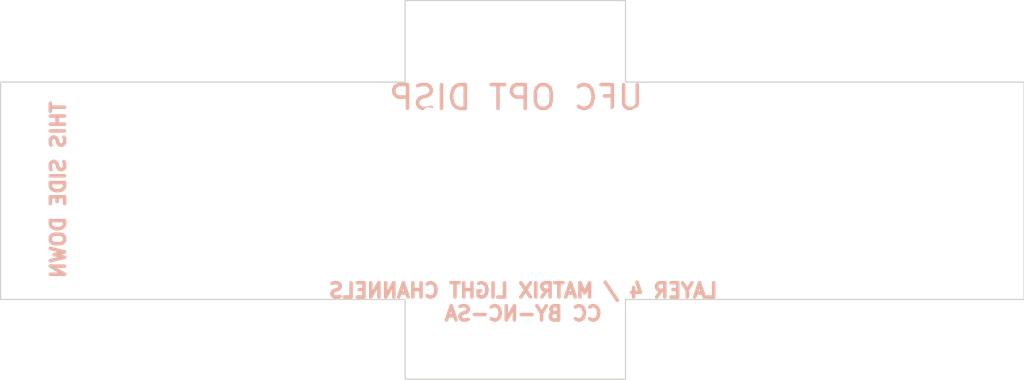
<source format=kicad_pcb>
(kicad_pcb (version 20171130) (host pcbnew "(5.1.9)-1")

  (general
    (thickness 1.6)
    (drawings 15)
    (tracks 0)
    (zones 0)
    (modules 66)
    (nets 1)
  )

  (page A4)
  (layers
    (0 F.Cu signal)
    (31 B.Cu signal)
    (32 B.Adhes user)
    (33 F.Adhes user)
    (34 B.Paste user)
    (35 F.Paste user)
    (36 B.SilkS user)
    (37 F.SilkS user)
    (38 B.Mask user)
    (39 F.Mask user)
    (40 Dwgs.User user)
    (41 Cmts.User user)
    (42 Eco1.User user)
    (43 Eco2.User user)
    (44 Edge.Cuts user)
    (45 Margin user)
    (46 B.CrtYd user)
    (47 F.CrtYd user)
    (48 B.Fab user)
    (49 F.Fab user)
  )

  (setup
    (last_trace_width 0.25)
    (user_trace_width 0.1524)
    (user_trace_width 0.2032)
    (user_trace_width 0.3048)
    (user_trace_width 0.4572)
    (user_trace_width 0.1524)
    (user_trace_width 0.2032)
    (user_trace_width 0.3048)
    (user_trace_width 0.4572)
    (user_trace_width 0.1524)
    (user_trace_width 0.2032)
    (user_trace_width 0.3048)
    (user_trace_width 0.4572)
    (user_trace_width 0.1524)
    (user_trace_width 0.2032)
    (user_trace_width 0.3048)
    (user_trace_width 0.4572)
    (user_trace_width 0.1524)
    (user_trace_width 0.2032)
    (user_trace_width 0.3048)
    (user_trace_width 0.4572)
    (user_trace_width 0.1524)
    (user_trace_width 0.2032)
    (user_trace_width 0.3048)
    (user_trace_width 0.4572)
    (user_trace_width 0.1524)
    (user_trace_width 0.2032)
    (user_trace_width 0.3048)
    (user_trace_width 0.4572)
    (user_trace_width 0.1524)
    (user_trace_width 0.2032)
    (user_trace_width 0.3048)
    (user_trace_width 0.4572)
    (trace_clearance 0.2)
    (zone_clearance 0.508)
    (zone_45_only no)
    (trace_min 0.127)
    (via_size 0.8)
    (via_drill 0.4)
    (via_min_size 0.45)
    (via_min_drill 0.2)
    (user_via 0.45 0.2)
    (user_via 0.45 0.2)
    (user_via 0.45 0.2)
    (user_via 0.45 0.2)
    (user_via 0.45 0.2)
    (user_via 0.45 0.2)
    (user_via 0.45 0.2)
    (user_via 0.45 0.2)
    (uvia_size 0.3)
    (uvia_drill 0.1)
    (uvias_allowed no)
    (uvia_min_size 0.2)
    (uvia_min_drill 0.1)
    (edge_width 0.05)
    (segment_width 0.2)
    (pcb_text_width 0.3)
    (pcb_text_size 1.5 1.5)
    (mod_edge_width 0.12)
    (mod_text_size 1 1)
    (mod_text_width 0.15)
    (pad_size 0.59 0.64)
    (pad_drill 0)
    (pad_to_mask_clearance 0.051)
    (solder_mask_min_width 0.25)
    (aux_axis_origin 101.1375 53.905)
    (grid_origin 101.1375 53.905)
    (visible_elements 7FFFF7DF)
    (pcbplotparams
      (layerselection 0x010fc_ffffffff)
      (usegerberextensions false)
      (usegerberattributes false)
      (usegerberadvancedattributes false)
      (creategerberjobfile false)
      (excludeedgelayer true)
      (linewidth 0.100000)
      (plotframeref false)
      (viasonmask false)
      (mode 1)
      (useauxorigin false)
      (hpglpennumber 1)
      (hpglpenspeed 20)
      (hpglpendiameter 15.000000)
      (psnegative false)
      (psa4output false)
      (plotreference true)
      (plotvalue true)
      (plotinvisibletext false)
      (padsonsilk false)
      (subtractmaskfromsilk false)
      (outputformat 1)
      (mirror false)
      (drillshape 0)
      (scaleselection 1)
      (outputdirectory "gerber"))
  )

  (net 0 "")

  (net_class Default "This is the default net class."
    (clearance 0.2)
    (trace_width 0.25)
    (via_dia 0.8)
    (via_drill 0.4)
    (uvia_dia 0.3)
    (uvia_drill 0.1)
  )

  (module KiCAD_Libraries:OPT_DISP_NPTH_0.6x0.9mm (layer F.Cu) (tedit 5FB832ED) (tstamp 5FB88321)
    (at 105.319 90.452 90)
    (path /5FDF4EE0)
    (fp_text reference D65 (at 0 -1.17 90) (layer F.SilkS) hide
      (effects (font (size 1 1) (thickness 0.15)))
    )
    (fp_text value LED (at 0 1.17 90) (layer F.Fab)
      (effects (font (size 1 1) (thickness 0.15)))
    )
    (fp_text user %R (at 0 0 90) (layer F.Fab)
      (effects (font (size 0.25 0.25) (thickness 0.04)))
    )
    (pad "" np_thru_hole circle (at 0.45 0 90) (size 0.6 0.6) (drill 0.6) (layers *.Cu *.Mask))
    (pad "" np_thru_hole circle (at -0.45 0 90) (size 0.6 0.6) (drill 0.6) (layers *.Cu *.Mask))
  )

  (module KiCAD_Libraries:OPT_DISP_NPTH_0.6x0.9mm (layer F.Cu) (tedit 5FB832ED) (tstamp 5FB883A9)
    (at 105.319 93.627 90)
    (path /5FDF56CD)
    (fp_text reference D66 (at 0 -1.17 90) (layer F.SilkS) hide
      (effects (font (size 1 1) (thickness 0.15)))
    )
    (fp_text value LED (at 0 1.17 90) (layer F.Fab)
      (effects (font (size 1 1) (thickness 0.15)))
    )
    (fp_text user %R (at 0 0 90) (layer F.Fab)
      (effects (font (size 0.25 0.25) (thickness 0.04)))
    )
    (pad "" np_thru_hole circle (at 0.45 0 90) (size 0.6 0.6) (drill 0.6) (layers *.Cu *.Mask))
    (pad "" np_thru_hole circle (at -0.45 0 90) (size 0.6 0.6) (drill 0.6) (layers *.Cu *.Mask))
  )

  (module KiCAD_Libraries:OPT_DISP_NPTH_0.6x0.9mmx3 (layer F.Cu) (tedit 5FB81E2A) (tstamp 5FB88354)
    (at 140.5615 92.0395)
    (path /5FB6DFBC)
    (fp_text reference D53 (at 0 -1.17) (layer F.SilkS) hide
      (effects (font (size 1 1) (thickness 0.15)))
    )
    (fp_text value LED (at 0 1.17) (layer F.Fab)
      (effects (font (size 1 1) (thickness 0.15)))
    )
    (fp_text user %R (at 0 0) (layer F.Fab)
      (effects (font (size 0.25 0.25) (thickness 0.04)))
    )
    (pad "" np_thru_hole circle (at 0.9 0) (size 0.6 0.6) (drill 0.6) (layers *.Cu *.Mask))
    (pad "" np_thru_hole circle (at -0.9 0) (size 0.6 0.6) (drill 0.6) (layers *.Cu *.Mask))
    (pad "" np_thru_hole circle (at 0 0) (size 0.6 0.6) (drill 0.6) (layers *.Cu *.Mask))
  )

  (module KiCAD_Libraries:OPT_DISP_NPTH_0.6x0.9mmx3 (layer F.Cu) (tedit 5FB81E2A) (tstamp 5FB88365)
    (at 142.149 90.452 270)
    (path /5FB6DFE0)
    (fp_text reference D56 (at 0 -1.17 90) (layer F.SilkS) hide
      (effects (font (size 1 1) (thickness 0.15)))
    )
    (fp_text value LED (at 0 1.17 90) (layer F.Fab)
      (effects (font (size 1 1) (thickness 0.15)))
    )
    (fp_text user %R (at 0 0 90) (layer F.Fab)
      (effects (font (size 0.25 0.25) (thickness 0.04)))
    )
    (pad "" np_thru_hole circle (at 0.9 0 270) (size 0.6 0.6) (drill 0.6) (layers *.Cu *.Mask))
    (pad "" np_thru_hole circle (at -0.9 0 270) (size 0.6 0.6) (drill 0.6) (layers *.Cu *.Mask))
    (pad "" np_thru_hole circle (at 0 0 270) (size 0.6 0.6) (drill 0.6) (layers *.Cu *.Mask))
  )

  (module KiCAD_Libraries:OPT_DISP_NPTH_0.6x0.9mmx3 (layer F.Cu) (tedit 5FB81E2A) (tstamp 5FB883CB)
    (at 140.5615 95.2145)
    (path /5FB6DFD4)
    (fp_text reference D55 (at 0 -1.17) (layer F.SilkS) hide
      (effects (font (size 1 1) (thickness 0.15)))
    )
    (fp_text value LED (at 0 1.17) (layer F.Fab)
      (effects (font (size 1 1) (thickness 0.15)))
    )
    (fp_text user %R (at 0 0) (layer F.Fab)
      (effects (font (size 0.25 0.25) (thickness 0.04)))
    )
    (pad "" np_thru_hole circle (at 0.9 0) (size 0.6 0.6) (drill 0.6) (layers *.Cu *.Mask))
    (pad "" np_thru_hole circle (at -0.9 0) (size 0.6 0.6) (drill 0.6) (layers *.Cu *.Mask))
    (pad "" np_thru_hole circle (at 0 0) (size 0.6 0.6) (drill 0.6) (layers *.Cu *.Mask))
  )

  (module KiCAD_Libraries:OPT_DISP_NPTH_0.6x0.9mmx3 (layer F.Cu) (tedit 5FB81E2A) (tstamp 5FB883BA)
    (at 143.7365 92.0395)
    (path /5FB6E021)
    (fp_text reference D60 (at 0 -1.17) (layer F.SilkS) hide
      (effects (font (size 1 1) (thickness 0.15)))
    )
    (fp_text value LED (at 0 1.17) (layer F.Fab)
      (effects (font (size 1 1) (thickness 0.15)))
    )
    (fp_text user %R (at 0 0) (layer F.Fab)
      (effects (font (size 0.25 0.25) (thickness 0.04)))
    )
    (pad "" np_thru_hole circle (at 0.9 0) (size 0.6 0.6) (drill 0.6) (layers *.Cu *.Mask))
    (pad "" np_thru_hole circle (at -0.9 0) (size 0.6 0.6) (drill 0.6) (layers *.Cu *.Mask))
    (pad "" np_thru_hole circle (at 0 0) (size 0.6 0.6) (drill 0.6) (layers *.Cu *.Mask))
  )

  (module KiCAD_Libraries:OPT_DISP_NPTH_0.6x0.9mmx3 (layer F.Cu) (tedit 5FB81E2A) (tstamp 5FB88398)
    (at 143.7365 93.627 315)
    (path /5FB6E02D)
    (fp_text reference D61 (at 0 -1.17 135) (layer F.SilkS) hide
      (effects (font (size 1 1) (thickness 0.15)))
    )
    (fp_text value LED (at 0 1.17 135) (layer F.Fab)
      (effects (font (size 1 1) (thickness 0.15)))
    )
    (fp_text user %R (at 0 0 135) (layer F.Fab)
      (effects (font (size 0.25 0.25) (thickness 0.04)))
    )
    (pad "" np_thru_hole circle (at 0.9 0 315) (size 0.6 0.6) (drill 0.6) (layers *.Cu *.Mask))
    (pad "" np_thru_hole circle (at -0.9 0 315) (size 0.6 0.6) (drill 0.6) (layers *.Cu *.Mask))
    (pad "" np_thru_hole circle (at 0 0 315) (size 0.6 0.6) (drill 0.6) (layers *.Cu *.Mask))
  )

  (module KiCAD_Libraries:OPT_DISP_NPTH_0.6x0.9mmx3 (layer F.Cu) (tedit 5FB81E2A) (tstamp 5FB88343)
    (at 143.7365 90.452 45)
    (path /5FB6E015)
    (fp_text reference D59 (at 0 -1.17 45) (layer F.SilkS) hide
      (effects (font (size 1 1) (thickness 0.15)))
    )
    (fp_text value LED (at 0 1.17 45) (layer F.Fab)
      (effects (font (size 1 1) (thickness 0.15)))
    )
    (fp_text user %R (at 0 0 45) (layer F.Fab)
      (effects (font (size 0.25 0.25) (thickness 0.04)))
    )
    (pad "" np_thru_hole circle (at 0.9 0 45) (size 0.6 0.6) (drill 0.6) (layers *.Cu *.Mask))
    (pad "" np_thru_hole circle (at -0.9 0 45) (size 0.6 0.6) (drill 0.6) (layers *.Cu *.Mask))
    (pad "" np_thru_hole circle (at 0 0 45) (size 0.6 0.6) (drill 0.6) (layers *.Cu *.Mask))
  )

  (module KiCAD_Libraries:OPT_DISP_NPTH_0.6x0.9mmx3 (layer F.Cu) (tedit 5FB81E2A) (tstamp 5FB88387)
    (at 145.324 93.627 90)
    (path /5FB6E051)
    (fp_text reference D64 (at 0 -1.17 90) (layer F.SilkS) hide
      (effects (font (size 1 1) (thickness 0.15)))
    )
    (fp_text value LED (at 0 1.17 90) (layer F.Fab)
      (effects (font (size 1 1) (thickness 0.15)))
    )
    (fp_text user %R (at 0 0 90) (layer F.Fab)
      (effects (font (size 0.25 0.25) (thickness 0.04)))
    )
    (pad "" np_thru_hole circle (at 0.9 0 90) (size 0.6 0.6) (drill 0.6) (layers *.Cu *.Mask))
    (pad "" np_thru_hole circle (at -0.9 0 90) (size 0.6 0.6) (drill 0.6) (layers *.Cu *.Mask))
    (pad "" np_thru_hole circle (at 0 0 90) (size 0.6 0.6) (drill 0.6) (layers *.Cu *.Mask))
  )

  (module KiCAD_Libraries:OPT_DISP_NPTH_0.6x0.9mmx3 (layer F.Cu) (tedit 5FB81E2A) (tstamp 5FB883DC)
    (at 143.7365 88.8645)
    (path /5FB6E009)
    (fp_text reference D58 (at 0 -1.17) (layer F.SilkS) hide
      (effects (font (size 1 1) (thickness 0.15)))
    )
    (fp_text value LED (at 0 1.17) (layer F.Fab)
      (effects (font (size 1 1) (thickness 0.15)))
    )
    (fp_text user %R (at 0 0) (layer F.Fab)
      (effects (font (size 0.25 0.25) (thickness 0.04)))
    )
    (pad "" np_thru_hole circle (at 0.9 0) (size 0.6 0.6) (drill 0.6) (layers *.Cu *.Mask))
    (pad "" np_thru_hole circle (at -0.9 0) (size 0.6 0.6) (drill 0.6) (layers *.Cu *.Mask))
    (pad "" np_thru_hole circle (at 0 0) (size 0.6 0.6) (drill 0.6) (layers *.Cu *.Mask))
  )

  (module KiCAD_Libraries:OPT_DISP_NPTH_0.6x0.9mmx3 (layer F.Cu) (tedit 5FB81E2A) (tstamp 5FB88376)
    (at 145.324 90.452 270)
    (path /5FB6E045)
    (fp_text reference D63 (at 0 -1.17 90) (layer F.SilkS) hide
      (effects (font (size 1 1) (thickness 0.15)))
    )
    (fp_text value LED (at 0 1.17 90) (layer F.Fab)
      (effects (font (size 1 1) (thickness 0.15)))
    )
    (fp_text user %R (at 0 0 90) (layer F.Fab)
      (effects (font (size 0.25 0.25) (thickness 0.04)))
    )
    (pad "" np_thru_hole circle (at 0.9 0 270) (size 0.6 0.6) (drill 0.6) (layers *.Cu *.Mask))
    (pad "" np_thru_hole circle (at -0.9 0 270) (size 0.6 0.6) (drill 0.6) (layers *.Cu *.Mask))
    (pad "" np_thru_hole circle (at 0 0 270) (size 0.6 0.6) (drill 0.6) (layers *.Cu *.Mask))
  )

  (module KiCAD_Libraries:OPT_DISP_NPTH_0.6x0.9mmx3 (layer F.Cu) (tedit 5FB81E2A) (tstamp 5FB881CD)
    (at 138.974 93.627 90)
    (path /5FB6DF98)
    (fp_text reference D50 (at 0 -1.17 90) (layer F.SilkS) hide
      (effects (font (size 1 1) (thickness 0.15)))
    )
    (fp_text value LED (at 0 1.17 90) (layer F.Fab)
      (effects (font (size 1 1) (thickness 0.15)))
    )
    (fp_text user %R (at 0 0 90) (layer F.Fab)
      (effects (font (size 0.25 0.25) (thickness 0.04)))
    )
    (pad "" np_thru_hole circle (at 0.9 0 90) (size 0.6 0.6) (drill 0.6) (layers *.Cu *.Mask))
    (pad "" np_thru_hole circle (at -0.9 0 90) (size 0.6 0.6) (drill 0.6) (layers *.Cu *.Mask))
    (pad "" np_thru_hole circle (at 0 0 90) (size 0.6 0.6) (drill 0.6) (layers *.Cu *.Mask))
  )

  (module KiCAD_Libraries:OPT_DISP_NPTH_0.6x0.9mmx3 (layer F.Cu) (tedit 5FB81E2A) (tstamp 5FB88310)
    (at 142.149 93.627 90)
    (path /5FB6DFFD)
    (fp_text reference D57 (at 0 -1.17 90) (layer F.SilkS) hide
      (effects (font (size 1 1) (thickness 0.15)))
    )
    (fp_text value LED (at 0 1.17 90) (layer F.Fab)
      (effects (font (size 1 1) (thickness 0.15)))
    )
    (fp_text user %R (at 0 0 90) (layer F.Fab)
      (effects (font (size 0.25 0.25) (thickness 0.04)))
    )
    (pad "" np_thru_hole circle (at 0.9 0 90) (size 0.6 0.6) (drill 0.6) (layers *.Cu *.Mask))
    (pad "" np_thru_hole circle (at -0.9 0 90) (size 0.6 0.6) (drill 0.6) (layers *.Cu *.Mask))
    (pad "" np_thru_hole circle (at 0 0 90) (size 0.6 0.6) (drill 0.6) (layers *.Cu *.Mask))
  )

  (module KiCAD_Libraries:OPT_DISP_NPTH_0.6x0.9mmx3 (layer F.Cu) (tedit 5FB81E2A) (tstamp 5FB88255)
    (at 138.974 90.452 270)
    (path /5FB6DF8C)
    (fp_text reference D49 (at 0 -1.17 90) (layer F.SilkS) hide
      (effects (font (size 1 1) (thickness 0.15)))
    )
    (fp_text value LED (at 0 1.17 90) (layer F.Fab)
      (effects (font (size 1 1) (thickness 0.15)))
    )
    (fp_text user %R (at 0 0 90) (layer F.Fab)
      (effects (font (size 0.25 0.25) (thickness 0.04)))
    )
    (pad "" np_thru_hole circle (at 0.9 0 270) (size 0.6 0.6) (drill 0.6) (layers *.Cu *.Mask))
    (pad "" np_thru_hole circle (at -0.9 0 270) (size 0.6 0.6) (drill 0.6) (layers *.Cu *.Mask))
    (pad "" np_thru_hole circle (at 0 0 270) (size 0.6 0.6) (drill 0.6) (layers *.Cu *.Mask))
  )

  (module KiCAD_Libraries:OPT_DISP_NPTH_0.6x0.9mmx3 (layer F.Cu) (tedit 5FB81E2A) (tstamp 5FB882FF)
    (at 140.5615 93.627 45)
    (path /5FB6DFC8)
    (fp_text reference D54 (at 0 -1.17 45) (layer F.SilkS) hide
      (effects (font (size 1 1) (thickness 0.15)))
    )
    (fp_text value LED (at 0 1.17 45) (layer F.Fab)
      (effects (font (size 1 1) (thickness 0.15)))
    )
    (fp_text user %R (at 0 0 45) (layer F.Fab)
      (effects (font (size 0.25 0.25) (thickness 0.04)))
    )
    (pad "" np_thru_hole circle (at 0.9 0 45) (size 0.6 0.6) (drill 0.6) (layers *.Cu *.Mask))
    (pad "" np_thru_hole circle (at -0.9 0 45) (size 0.6 0.6) (drill 0.6) (layers *.Cu *.Mask))
    (pad "" np_thru_hole circle (at 0 0 45) (size 0.6 0.6) (drill 0.6) (layers *.Cu *.Mask))
  )

  (module KiCAD_Libraries:OPT_DISP_NPTH_0.6x0.9mmx3 (layer F.Cu) (tedit 5FB81E2A) (tstamp 5FB881DE)
    (at 140.5615 90.452 315)
    (path /5FB6DFB0)
    (fp_text reference D52 (at 0 -1.17 135) (layer F.SilkS) hide
      (effects (font (size 1 1) (thickness 0.15)))
    )
    (fp_text value LED (at 0 1.17 135) (layer F.Fab)
      (effects (font (size 1 1) (thickness 0.15)))
    )
    (fp_text user %R (at 0 0 135) (layer F.Fab)
      (effects (font (size 0.25 0.25) (thickness 0.04)))
    )
    (pad "" np_thru_hole circle (at 0.9 0 315) (size 0.6 0.6) (drill 0.6) (layers *.Cu *.Mask))
    (pad "" np_thru_hole circle (at -0.9 0 315) (size 0.6 0.6) (drill 0.6) (layers *.Cu *.Mask))
    (pad "" np_thru_hole circle (at 0 0 315) (size 0.6 0.6) (drill 0.6) (layers *.Cu *.Mask))
  )

  (module KiCAD_Libraries:OPT_DISP_NPTH_0.6x0.9mmx3 (layer F.Cu) (tedit 5FB81E2A) (tstamp 5FB882EE)
    (at 140.5615 88.8645)
    (path /5FB6DFA4)
    (fp_text reference D51 (at 0 -1.17) (layer F.SilkS) hide
      (effects (font (size 1 1) (thickness 0.15)))
    )
    (fp_text value LED (at 0 1.17) (layer F.Fab)
      (effects (font (size 1 1) (thickness 0.15)))
    )
    (fp_text user %R (at 0 0) (layer F.Fab)
      (effects (font (size 0.25 0.25) (thickness 0.04)))
    )
    (pad "" np_thru_hole circle (at 0.9 0) (size 0.6 0.6) (drill 0.6) (layers *.Cu *.Mask))
    (pad "" np_thru_hole circle (at -0.9 0) (size 0.6 0.6) (drill 0.6) (layers *.Cu *.Mask))
    (pad "" np_thru_hole circle (at 0 0) (size 0.6 0.6) (drill 0.6) (layers *.Cu *.Mask))
  )

  (module KiCAD_Libraries:OPT_DISP_NPTH_0.6x0.9mmx3 (layer F.Cu) (tedit 5FB81E2A) (tstamp 5FB88332)
    (at 143.7365 95.2145)
    (path /5FB6E039)
    (fp_text reference D62 (at 0 -1.17) (layer F.SilkS) hide
      (effects (font (size 1 1) (thickness 0.15)))
    )
    (fp_text value LED (at 0 1.17) (layer F.Fab)
      (effects (font (size 1 1) (thickness 0.15)))
    )
    (fp_text user %R (at 0 0) (layer F.Fab)
      (effects (font (size 0.25 0.25) (thickness 0.04)))
    )
    (pad "" np_thru_hole circle (at 0.9 0) (size 0.6 0.6) (drill 0.6) (layers *.Cu *.Mask))
    (pad "" np_thru_hole circle (at -0.9 0) (size 0.6 0.6) (drill 0.6) (layers *.Cu *.Mask))
    (pad "" np_thru_hole circle (at 0 0) (size 0.6 0.6) (drill 0.6) (layers *.Cu *.Mask))
  )

  (module KiCAD_Libraries:OPT_DISP_NPTH_0.6x0.9mmx3 (layer F.Cu) (tedit 5FB81E2A) (tstamp 5FB88145)
    (at 128.814 90.452 270)
    (path /5FB6DEAA)
    (fp_text reference D33 (at 0 -1.17 90) (layer F.SilkS) hide
      (effects (font (size 1 1) (thickness 0.15)))
    )
    (fp_text value LED (at 0 1.17 90) (layer F.Fab)
      (effects (font (size 1 1) (thickness 0.15)))
    )
    (fp_text user %R (at 0 0 90) (layer F.Fab)
      (effects (font (size 0.25 0.25) (thickness 0.04)))
    )
    (pad "" np_thru_hole circle (at 0.9 0 270) (size 0.6 0.6) (drill 0.6) (layers *.Cu *.Mask))
    (pad "" np_thru_hole circle (at -0.9 0 270) (size 0.6 0.6) (drill 0.6) (layers *.Cu *.Mask))
    (pad "" np_thru_hole circle (at 0 0 270) (size 0.6 0.6) (drill 0.6) (layers *.Cu *.Mask))
  )

  (module KiCAD_Libraries:OPT_DISP_NPTH_0.6x0.9mmx3 (layer F.Cu) (tedit 5FB81E2A) (tstamp 5FB88288)
    (at 130.4015 90.452 315)
    (path /5FB6DECE)
    (fp_text reference D36 (at 0 -1.17 135) (layer F.SilkS) hide
      (effects (font (size 1 1) (thickness 0.15)))
    )
    (fp_text value LED (at 0 1.17 135) (layer F.Fab)
      (effects (font (size 1 1) (thickness 0.15)))
    )
    (fp_text user %R (at 0 0 135) (layer F.Fab)
      (effects (font (size 0.25 0.25) (thickness 0.04)))
    )
    (pad "" np_thru_hole circle (at 0.9 0 315) (size 0.6 0.6) (drill 0.6) (layers *.Cu *.Mask))
    (pad "" np_thru_hole circle (at -0.9 0 315) (size 0.6 0.6) (drill 0.6) (layers *.Cu *.Mask))
    (pad "" np_thru_hole circle (at 0 0 315) (size 0.6 0.6) (drill 0.6) (layers *.Cu *.Mask))
  )

  (module KiCAD_Libraries:OPT_DISP_NPTH_0.6x0.9mmx3 (layer F.Cu) (tedit 5FB81E2A) (tstamp 5FB882AA)
    (at 131.989 90.452 270)
    (path /5FB6DEFE)
    (fp_text reference D40 (at 0 -1.17 90) (layer F.SilkS) hide
      (effects (font (size 1 1) (thickness 0.15)))
    )
    (fp_text value LED (at 0 1.17 90) (layer F.Fab)
      (effects (font (size 1 1) (thickness 0.15)))
    )
    (fp_text user %R (at 0 0 90) (layer F.Fab)
      (effects (font (size 0.25 0.25) (thickness 0.04)))
    )
    (pad "" np_thru_hole circle (at 0.9 0 270) (size 0.6 0.6) (drill 0.6) (layers *.Cu *.Mask))
    (pad "" np_thru_hole circle (at -0.9 0 270) (size 0.6 0.6) (drill 0.6) (layers *.Cu *.Mask))
    (pad "" np_thru_hole circle (at 0 0 270) (size 0.6 0.6) (drill 0.6) (layers *.Cu *.Mask))
  )

  (module KiCAD_Libraries:OPT_DISP_NPTH_0.6x0.9mmx3 (layer F.Cu) (tedit 5FB81E2A) (tstamp 5FB882CC)
    (at 133.5765 88.8645)
    (path /5FB6DF27)
    (fp_text reference D42 (at 0 -1.17) (layer F.SilkS) hide
      (effects (font (size 1 1) (thickness 0.15)))
    )
    (fp_text value LED (at 0 1.17) (layer F.Fab)
      (effects (font (size 1 1) (thickness 0.15)))
    )
    (fp_text user %R (at 0 0) (layer F.Fab)
      (effects (font (size 0.25 0.25) (thickness 0.04)))
    )
    (pad "" np_thru_hole circle (at 0.9 0) (size 0.6 0.6) (drill 0.6) (layers *.Cu *.Mask))
    (pad "" np_thru_hole circle (at -0.9 0) (size 0.6 0.6) (drill 0.6) (layers *.Cu *.Mask))
    (pad "" np_thru_hole circle (at 0 0) (size 0.6 0.6) (drill 0.6) (layers *.Cu *.Mask))
  )

  (module KiCAD_Libraries:OPT_DISP_NPTH_0.6x0.9mmx3 (layer F.Cu) (tedit 5FB81E2A) (tstamp 5FB882DD)
    (at 133.5765 95.2145)
    (path /5FB6DF57)
    (fp_text reference D46 (at 0 -1.17) (layer F.SilkS) hide
      (effects (font (size 1 1) (thickness 0.15)))
    )
    (fp_text value LED (at 0 1.17) (layer F.Fab)
      (effects (font (size 1 1) (thickness 0.15)))
    )
    (fp_text user %R (at 0 0) (layer F.Fab)
      (effects (font (size 0.25 0.25) (thickness 0.04)))
    )
    (pad "" np_thru_hole circle (at 0.9 0) (size 0.6 0.6) (drill 0.6) (layers *.Cu *.Mask))
    (pad "" np_thru_hole circle (at -0.9 0) (size 0.6 0.6) (drill 0.6) (layers *.Cu *.Mask))
    (pad "" np_thru_hole circle (at 0 0) (size 0.6 0.6) (drill 0.6) (layers *.Cu *.Mask))
  )

  (module KiCAD_Libraries:OPT_DISP_NPTH_0.6x0.9mmx3 (layer F.Cu) (tedit 5FB81E2A) (tstamp 5FB882BB)
    (at 131.989 93.627 90)
    (path /5FB6DF1B)
    (fp_text reference D41 (at 0 -1.17 90) (layer F.SilkS) hide
      (effects (font (size 1 1) (thickness 0.15)))
    )
    (fp_text value LED (at 0 1.17 90) (layer F.Fab)
      (effects (font (size 1 1) (thickness 0.15)))
    )
    (fp_text user %R (at 0 0 90) (layer F.Fab)
      (effects (font (size 0.25 0.25) (thickness 0.04)))
    )
    (pad "" np_thru_hole circle (at 0.9 0 90) (size 0.6 0.6) (drill 0.6) (layers *.Cu *.Mask))
    (pad "" np_thru_hole circle (at -0.9 0 90) (size 0.6 0.6) (drill 0.6) (layers *.Cu *.Mask))
    (pad "" np_thru_hole circle (at 0 0 90) (size 0.6 0.6) (drill 0.6) (layers *.Cu *.Mask))
  )

  (module KiCAD_Libraries:OPT_DISP_NPTH_0.6x0.9mmx3 (layer F.Cu) (tedit 5FB81E2A) (tstamp 5FB88299)
    (at 130.4015 95.2145)
    (path /5FB6DEF2)
    (fp_text reference D39 (at 0 -1.17) (layer F.SilkS) hide
      (effects (font (size 1 1) (thickness 0.15)))
    )
    (fp_text value LED (at 0 1.17) (layer F.Fab)
      (effects (font (size 1 1) (thickness 0.15)))
    )
    (fp_text user %R (at 0 0) (layer F.Fab)
      (effects (font (size 0.25 0.25) (thickness 0.04)))
    )
    (pad "" np_thru_hole circle (at 0.9 0) (size 0.6 0.6) (drill 0.6) (layers *.Cu *.Mask))
    (pad "" np_thru_hole circle (at -0.9 0) (size 0.6 0.6) (drill 0.6) (layers *.Cu *.Mask))
    (pad "" np_thru_hole circle (at 0 0) (size 0.6 0.6) (drill 0.6) (layers *.Cu *.Mask))
  )

  (module KiCAD_Libraries:OPT_DISP_NPTH_0.6x0.9mmx3 (layer F.Cu) (tedit 5FB81E2A) (tstamp 5FB88233)
    (at 135.164 90.452 270)
    (path /5FB6DF63)
    (fp_text reference D47 (at 0 -1.17 90) (layer F.SilkS) hide
      (effects (font (size 1 1) (thickness 0.15)))
    )
    (fp_text value LED (at 0 1.17 90) (layer F.Fab)
      (effects (font (size 1 1) (thickness 0.15)))
    )
    (fp_text user %R (at 0 0 90) (layer F.Fab)
      (effects (font (size 0.25 0.25) (thickness 0.04)))
    )
    (pad "" np_thru_hole circle (at 0.9 0 270) (size 0.6 0.6) (drill 0.6) (layers *.Cu *.Mask))
    (pad "" np_thru_hole circle (at -0.9 0 270) (size 0.6 0.6) (drill 0.6) (layers *.Cu *.Mask))
    (pad "" np_thru_hole circle (at 0 0 270) (size 0.6 0.6) (drill 0.6) (layers *.Cu *.Mask))
  )

  (module KiCAD_Libraries:OPT_DISP_NPTH_0.6x0.9mmx3 (layer F.Cu) (tedit 5FB81E2A) (tstamp 5FB88200)
    (at 133.5765 90.452 45)
    (path /5FB6DF33)
    (fp_text reference D43 (at 0 -1.17 45) (layer F.SilkS) hide
      (effects (font (size 1 1) (thickness 0.15)))
    )
    (fp_text value LED (at 0 1.17 45) (layer F.Fab)
      (effects (font (size 1 1) (thickness 0.15)))
    )
    (fp_text user %R (at 0 0 45) (layer F.Fab)
      (effects (font (size 0.25 0.25) (thickness 0.04)))
    )
    (pad "" np_thru_hole circle (at 0.9 0 45) (size 0.6 0.6) (drill 0.6) (layers *.Cu *.Mask))
    (pad "" np_thru_hole circle (at -0.9 0 45) (size 0.6 0.6) (drill 0.6) (layers *.Cu *.Mask))
    (pad "" np_thru_hole circle (at 0 0 45) (size 0.6 0.6) (drill 0.6) (layers *.Cu *.Mask))
  )

  (module KiCAD_Libraries:OPT_DISP_NPTH_0.6x0.9mmx3 (layer F.Cu) (tedit 5FB81E2A) (tstamp 5FB88277)
    (at 130.4015 88.8645)
    (path /5FB6DEC2)
    (fp_text reference D35 (at 0 -1.17) (layer F.SilkS) hide
      (effects (font (size 1 1) (thickness 0.15)))
    )
    (fp_text value LED (at 0 1.17) (layer F.Fab)
      (effects (font (size 1 1) (thickness 0.15)))
    )
    (fp_text user %R (at 0 0) (layer F.Fab)
      (effects (font (size 0.25 0.25) (thickness 0.04)))
    )
    (pad "" np_thru_hole circle (at 0.9 0) (size 0.6 0.6) (drill 0.6) (layers *.Cu *.Mask))
    (pad "" np_thru_hole circle (at -0.9 0) (size 0.6 0.6) (drill 0.6) (layers *.Cu *.Mask))
    (pad "" np_thru_hole circle (at 0 0) (size 0.6 0.6) (drill 0.6) (layers *.Cu *.Mask))
  )

  (module KiCAD_Libraries:OPT_DISP_NPTH_0.6x0.9mmx3 (layer F.Cu) (tedit 5FB81E2A) (tstamp 5FB88244)
    (at 135.164 93.627 90)
    (path /5FB6DF6F)
    (fp_text reference D48 (at 0 -1.17 90) (layer F.SilkS) hide
      (effects (font (size 1 1) (thickness 0.15)))
    )
    (fp_text value LED (at 0 1.17 90) (layer F.Fab)
      (effects (font (size 1 1) (thickness 0.15)))
    )
    (fp_text user %R (at 0 0 90) (layer F.Fab)
      (effects (font (size 0.25 0.25) (thickness 0.04)))
    )
    (pad "" np_thru_hole circle (at 0.9 0 90) (size 0.6 0.6) (drill 0.6) (layers *.Cu *.Mask))
    (pad "" np_thru_hole circle (at -0.9 0 90) (size 0.6 0.6) (drill 0.6) (layers *.Cu *.Mask))
    (pad "" np_thru_hole circle (at 0 0 90) (size 0.6 0.6) (drill 0.6) (layers *.Cu *.Mask))
  )

  (module KiCAD_Libraries:OPT_DISP_NPTH_0.6x0.9mmx3 (layer F.Cu) (tedit 5FB81E2A) (tstamp 5FB88211)
    (at 133.5765 92.0395)
    (path /5FB6DF3F)
    (fp_text reference D44 (at 0 -1.17) (layer F.SilkS) hide
      (effects (font (size 1 1) (thickness 0.15)))
    )
    (fp_text value LED (at 0 1.17) (layer F.Fab)
      (effects (font (size 1 1) (thickness 0.15)))
    )
    (fp_text user %R (at 0 0) (layer F.Fab)
      (effects (font (size 0.25 0.25) (thickness 0.04)))
    )
    (pad "" np_thru_hole circle (at 0.9 0) (size 0.6 0.6) (drill 0.6) (layers *.Cu *.Mask))
    (pad "" np_thru_hole circle (at -0.9 0) (size 0.6 0.6) (drill 0.6) (layers *.Cu *.Mask))
    (pad "" np_thru_hole circle (at 0 0) (size 0.6 0.6) (drill 0.6) (layers *.Cu *.Mask))
  )

  (module KiCAD_Libraries:OPT_DISP_NPTH_0.6x0.9mmx3 (layer F.Cu) (tedit 5FB81E2A) (tstamp 5FB881EF)
    (at 130.4015 93.627 45)
    (path /5FB6DEE6)
    (fp_text reference D38 (at 0 -1.17 45) (layer F.SilkS) hide
      (effects (font (size 1 1) (thickness 0.15)))
    )
    (fp_text value LED (at 0 1.17 45) (layer F.Fab)
      (effects (font (size 1 1) (thickness 0.15)))
    )
    (fp_text user %R (at 0 0 45) (layer F.Fab)
      (effects (font (size 0.25 0.25) (thickness 0.04)))
    )
    (pad "" np_thru_hole circle (at 0.9 0 45) (size 0.6 0.6) (drill 0.6) (layers *.Cu *.Mask))
    (pad "" np_thru_hole circle (at -0.9 0 45) (size 0.6 0.6) (drill 0.6) (layers *.Cu *.Mask))
    (pad "" np_thru_hole circle (at 0 0 45) (size 0.6 0.6) (drill 0.6) (layers *.Cu *.Mask))
  )

  (module KiCAD_Libraries:OPT_DISP_NPTH_0.6x0.9mmx3 (layer F.Cu) (tedit 5FB81E2A) (tstamp 5FB88266)
    (at 130.4015 92.0395)
    (path /5FB6DEDA)
    (fp_text reference D37 (at 0 -1.17) (layer F.SilkS) hide
      (effects (font (size 1 1) (thickness 0.15)))
    )
    (fp_text value LED (at 0 1.17) (layer F.Fab)
      (effects (font (size 1 1) (thickness 0.15)))
    )
    (fp_text user %R (at 0 0) (layer F.Fab)
      (effects (font (size 0.25 0.25) (thickness 0.04)))
    )
    (pad "" np_thru_hole circle (at 0.9 0) (size 0.6 0.6) (drill 0.6) (layers *.Cu *.Mask))
    (pad "" np_thru_hole circle (at -0.9 0) (size 0.6 0.6) (drill 0.6) (layers *.Cu *.Mask))
    (pad "" np_thru_hole circle (at 0 0) (size 0.6 0.6) (drill 0.6) (layers *.Cu *.Mask))
  )

  (module KiCAD_Libraries:OPT_DISP_NPTH_0.6x0.9mmx3 (layer F.Cu) (tedit 5FB81E2A) (tstamp 5FB88222)
    (at 133.5765 93.627 315)
    (path /5FB6DF4B)
    (fp_text reference D45 (at 0 -1.17 135) (layer F.SilkS) hide
      (effects (font (size 1 1) (thickness 0.15)))
    )
    (fp_text value LED (at 0 1.17 135) (layer F.Fab)
      (effects (font (size 1 1) (thickness 0.15)))
    )
    (fp_text user %R (at 0 0 135) (layer F.Fab)
      (effects (font (size 0.25 0.25) (thickness 0.04)))
    )
    (pad "" np_thru_hole circle (at 0.9 0 315) (size 0.6 0.6) (drill 0.6) (layers *.Cu *.Mask))
    (pad "" np_thru_hole circle (at -0.9 0 315) (size 0.6 0.6) (drill 0.6) (layers *.Cu *.Mask))
    (pad "" np_thru_hole circle (at 0 0 315) (size 0.6 0.6) (drill 0.6) (layers *.Cu *.Mask))
  )

  (module KiCAD_Libraries:OPT_DISP_NPTH_0.6x0.9mmx3 (layer F.Cu) (tedit 5FB81E2A) (tstamp 5FB8819A)
    (at 128.814 93.627 90)
    (path /5FB6DEB6)
    (fp_text reference D34 (at 0 -1.17 90) (layer F.SilkS) hide
      (effects (font (size 1 1) (thickness 0.15)))
    )
    (fp_text value LED (at 0 1.17 90) (layer F.Fab)
      (effects (font (size 1 1) (thickness 0.15)))
    )
    (fp_text user %R (at 0 0 90) (layer F.Fab)
      (effects (font (size 0.25 0.25) (thickness 0.04)))
    )
    (pad "" np_thru_hole circle (at 0.9 0 90) (size 0.6 0.6) (drill 0.6) (layers *.Cu *.Mask))
    (pad "" np_thru_hole circle (at -0.9 0 90) (size 0.6 0.6) (drill 0.6) (layers *.Cu *.Mask))
    (pad "" np_thru_hole circle (at 0 0 90) (size 0.6 0.6) (drill 0.6) (layers *.Cu *.Mask))
  )

  (module KiCAD_Libraries:OPT_DISP_NPTH_0.6x0.9mmx3 (layer F.Cu) (tedit 5FB81E2A) (tstamp 5FB88156)
    (at 120.2415 95.2145)
    (path /5FB63B42)
    (fp_text reference D23 (at 0 -1.17) (layer F.SilkS) hide
      (effects (font (size 1 1) (thickness 0.15)))
    )
    (fp_text value LED (at 0 1.17) (layer F.Fab)
      (effects (font (size 1 1) (thickness 0.15)))
    )
    (fp_text user %R (at 0 0) (layer F.Fab)
      (effects (font (size 0.25 0.25) (thickness 0.04)))
    )
    (pad "" np_thru_hole circle (at 0.9 0) (size 0.6 0.6) (drill 0.6) (layers *.Cu *.Mask))
    (pad "" np_thru_hole circle (at -0.9 0) (size 0.6 0.6) (drill 0.6) (layers *.Cu *.Mask))
    (pad "" np_thru_hole circle (at 0 0) (size 0.6 0.6) (drill 0.6) (layers *.Cu *.Mask))
  )

  (module KiCAD_Libraries:OPT_DISP_NPTH_0.6x0.9mmx3 (layer F.Cu) (tedit 5FB81E2A) (tstamp 5FB88178)
    (at 123.4165 95.2145)
    (path /5FB63BA7)
    (fp_text reference D30 (at 0 -1.17) (layer F.SilkS) hide
      (effects (font (size 1 1) (thickness 0.15)))
    )
    (fp_text value LED (at 0 1.17) (layer F.Fab)
      (effects (font (size 1 1) (thickness 0.15)))
    )
    (fp_text user %R (at 0 0) (layer F.Fab)
      (effects (font (size 0.25 0.25) (thickness 0.04)))
    )
    (pad "" np_thru_hole circle (at 0.9 0) (size 0.6 0.6) (drill 0.6) (layers *.Cu *.Mask))
    (pad "" np_thru_hole circle (at -0.9 0) (size 0.6 0.6) (drill 0.6) (layers *.Cu *.Mask))
    (pad "" np_thru_hole circle (at 0 0) (size 0.6 0.6) (drill 0.6) (layers *.Cu *.Mask))
  )

  (module KiCAD_Libraries:OPT_DISP_NPTH_0.6x0.9mmx3 (layer F.Cu) (tedit 5FB81E2A) (tstamp 5FB88112)
    (at 125.004 93.627 90)
    (path /5FB63BBF)
    (fp_text reference D32 (at 0 -1.17 90) (layer F.SilkS) hide
      (effects (font (size 1 1) (thickness 0.15)))
    )
    (fp_text value LED (at 0 1.17 90) (layer F.Fab)
      (effects (font (size 1 1) (thickness 0.15)))
    )
    (fp_text user %R (at 0 0 90) (layer F.Fab)
      (effects (font (size 0.25 0.25) (thickness 0.04)))
    )
    (pad "" np_thru_hole circle (at 0.9 0 90) (size 0.6 0.6) (drill 0.6) (layers *.Cu *.Mask))
    (pad "" np_thru_hole circle (at -0.9 0 90) (size 0.6 0.6) (drill 0.6) (layers *.Cu *.Mask))
    (pad "" np_thru_hole circle (at 0 0 90) (size 0.6 0.6) (drill 0.6) (layers *.Cu *.Mask))
  )

  (module KiCAD_Libraries:OPT_DISP_NPTH_0.6x0.9mmx3 (layer F.Cu) (tedit 5FB81E2A) (tstamp 5FB881BC)
    (at 123.4165 92.0395)
    (path /5FB63B8F)
    (fp_text reference D28 (at 0 -1.17) (layer F.SilkS) hide
      (effects (font (size 1 1) (thickness 0.15)))
    )
    (fp_text value LED (at 0 1.17) (layer F.Fab)
      (effects (font (size 1 1) (thickness 0.15)))
    )
    (fp_text user %R (at 0 0) (layer F.Fab)
      (effects (font (size 0.25 0.25) (thickness 0.04)))
    )
    (pad "" np_thru_hole circle (at 0.9 0) (size 0.6 0.6) (drill 0.6) (layers *.Cu *.Mask))
    (pad "" np_thru_hole circle (at -0.9 0) (size 0.6 0.6) (drill 0.6) (layers *.Cu *.Mask))
    (pad "" np_thru_hole circle (at 0 0) (size 0.6 0.6) (drill 0.6) (layers *.Cu *.Mask))
  )

  (module KiCAD_Libraries:OPT_DISP_NPTH_0.6x0.9mmx3 (layer F.Cu) (tedit 5FB81E2A) (tstamp 5FB88189)
    (at 123.4165 93.627 315)
    (path /5FB63B9B)
    (fp_text reference D29 (at 0 -1.17 135) (layer F.SilkS) hide
      (effects (font (size 1 1) (thickness 0.15)))
    )
    (fp_text value LED (at 0 1.17 135) (layer F.Fab)
      (effects (font (size 1 1) (thickness 0.15)))
    )
    (fp_text user %R (at 0 0 135) (layer F.Fab)
      (effects (font (size 0.25 0.25) (thickness 0.04)))
    )
    (pad "" np_thru_hole circle (at 0.9 0 315) (size 0.6 0.6) (drill 0.6) (layers *.Cu *.Mask))
    (pad "" np_thru_hole circle (at -0.9 0 315) (size 0.6 0.6) (drill 0.6) (layers *.Cu *.Mask))
    (pad "" np_thru_hole circle (at 0 0 315) (size 0.6 0.6) (drill 0.6) (layers *.Cu *.Mask))
  )

  (module KiCAD_Libraries:OPT_DISP_NPTH_0.6x0.9mmx3 (layer F.Cu) (tedit 5FB81E2A) (tstamp 5FB880F0)
    (at 121.829 93.627 90)
    (path /5FB63B6B)
    (fp_text reference D25 (at 0 -1.17 90) (layer F.SilkS) hide
      (effects (font (size 1 1) (thickness 0.15)))
    )
    (fp_text value LED (at 0 1.17 90) (layer F.Fab)
      (effects (font (size 1 1) (thickness 0.15)))
    )
    (fp_text user %R (at 0 0 90) (layer F.Fab)
      (effects (font (size 0.25 0.25) (thickness 0.04)))
    )
    (pad "" np_thru_hole circle (at 0.9 0 90) (size 0.6 0.6) (drill 0.6) (layers *.Cu *.Mask))
    (pad "" np_thru_hole circle (at -0.9 0 90) (size 0.6 0.6) (drill 0.6) (layers *.Cu *.Mask))
    (pad "" np_thru_hole circle (at 0 0 90) (size 0.6 0.6) (drill 0.6) (layers *.Cu *.Mask))
  )

  (module KiCAD_Libraries:OPT_DISP_NPTH_0.6x0.9mmx3 (layer F.Cu) (tedit 5FB81E2A) (tstamp 5FB880CE)
    (at 120.2415 93.627 45)
    (path /5FB63B36)
    (fp_text reference D22 (at 0 -1.17 45) (layer F.SilkS) hide
      (effects (font (size 1 1) (thickness 0.15)))
    )
    (fp_text value LED (at 0 1.17 45) (layer F.Fab)
      (effects (font (size 1 1) (thickness 0.15)))
    )
    (fp_text user %R (at 0 0 45) (layer F.Fab)
      (effects (font (size 0.25 0.25) (thickness 0.04)))
    )
    (pad "" np_thru_hole circle (at 0.9 0 45) (size 0.6 0.6) (drill 0.6) (layers *.Cu *.Mask))
    (pad "" np_thru_hole circle (at -0.9 0 45) (size 0.6 0.6) (drill 0.6) (layers *.Cu *.Mask))
    (pad "" np_thru_hole circle (at 0 0 45) (size 0.6 0.6) (drill 0.6) (layers *.Cu *.Mask))
  )

  (module KiCAD_Libraries:OPT_DISP_NPTH_0.6x0.9mmx3 (layer F.Cu) (tedit 5FB81E2A) (tstamp 5FB880AC)
    (at 118.654 93.627 90)
    (path /5FB63B06)
    (fp_text reference D18 (at 0 -1.27 90) (layer F.SilkS) hide
      (effects (font (size 1 1) (thickness 0.15)))
    )
    (fp_text value LED (at 0 1.17 90) (layer F.Fab)
      (effects (font (size 1 1) (thickness 0.15)))
    )
    (fp_text user %R (at 0 0 90) (layer F.Fab)
      (effects (font (size 0.25 0.25) (thickness 0.04)))
    )
    (pad "" np_thru_hole circle (at 0.9 0 90) (size 0.6 0.6) (drill 0.6) (layers *.Cu *.Mask))
    (pad "" np_thru_hole circle (at -0.9 0 90) (size 0.6 0.6) (drill 0.6) (layers *.Cu *.Mask))
    (pad "" np_thru_hole circle (at 0 0 90) (size 0.6 0.6) (drill 0.6) (layers *.Cu *.Mask))
  )

  (module KiCAD_Libraries:OPT_DISP_NPTH_0.6x0.9mmx3 (layer F.Cu) (tedit 5FB81E2A) (tstamp 5FB88167)
    (at 120.2415 92.0395)
    (path /5FB63B2A)
    (fp_text reference D21 (at 0 -1.17) (layer F.SilkS) hide
      (effects (font (size 1 1) (thickness 0.15)))
    )
    (fp_text value LED (at 0 1.17) (layer F.Fab)
      (effects (font (size 1 1) (thickness 0.15)))
    )
    (fp_text user %R (at 0 0) (layer F.Fab)
      (effects (font (size 0.25 0.25) (thickness 0.04)))
    )
    (pad "" np_thru_hole circle (at 0.9 0) (size 0.6 0.6) (drill 0.6) (layers *.Cu *.Mask))
    (pad "" np_thru_hole circle (at -0.9 0) (size 0.6 0.6) (drill 0.6) (layers *.Cu *.Mask))
    (pad "" np_thru_hole circle (at 0 0) (size 0.6 0.6) (drill 0.6) (layers *.Cu *.Mask))
  )

  (module KiCAD_Libraries:OPT_DISP_NPTH_0.6x0.9mmx3 (layer F.Cu) (tedit 5FB81E2A) (tstamp 5FB88134)
    (at 125.004 90.452 270)
    (path /5FB63BB3)
    (fp_text reference D31 (at 0 -1.17 90) (layer F.SilkS) hide
      (effects (font (size 1 1) (thickness 0.15)))
    )
    (fp_text value LED (at 0 1.17 90) (layer F.Fab)
      (effects (font (size 1 1) (thickness 0.15)))
    )
    (fp_text user %R (at 0 0 90) (layer F.Fab)
      (effects (font (size 0.25 0.25) (thickness 0.04)))
    )
    (pad "" np_thru_hole circle (at 0.9 0 270) (size 0.6 0.6) (drill 0.6) (layers *.Cu *.Mask))
    (pad "" np_thru_hole circle (at -0.9 0 270) (size 0.6 0.6) (drill 0.6) (layers *.Cu *.Mask))
    (pad "" np_thru_hole circle (at 0 0 270) (size 0.6 0.6) (drill 0.6) (layers *.Cu *.Mask))
  )

  (module KiCAD_Libraries:OPT_DISP_NPTH_0.6x0.9mmx3 (layer F.Cu) (tedit 5FB81E2A) (tstamp 5FB881AB)
    (at 123.4165 90.452 45)
    (path /5FB63B83)
    (fp_text reference D27 (at 0 -1.17 45) (layer F.SilkS) hide
      (effects (font (size 1 1) (thickness 0.15)))
    )
    (fp_text value LED (at 0 1.17 45) (layer F.Fab)
      (effects (font (size 1 1) (thickness 0.15)))
    )
    (fp_text user %R (at 0 0 45) (layer F.Fab)
      (effects (font (size 0.25 0.25) (thickness 0.04)))
    )
    (pad "" np_thru_hole circle (at 0.9 0 45) (size 0.6 0.6) (drill 0.6) (layers *.Cu *.Mask))
    (pad "" np_thru_hole circle (at -0.9 0 45) (size 0.6 0.6) (drill 0.6) (layers *.Cu *.Mask))
    (pad "" np_thru_hole circle (at 0 0 45) (size 0.6 0.6) (drill 0.6) (layers *.Cu *.Mask))
  )

  (module KiCAD_Libraries:OPT_DISP_NPTH_0.6x0.9mmx3 (layer F.Cu) (tedit 5FB81E2A) (tstamp 5FB88101)
    (at 123.4165 88.8645)
    (path /5FB63B77)
    (fp_text reference D26 (at 0 -1.17) (layer F.SilkS) hide
      (effects (font (size 1 1) (thickness 0.15)))
    )
    (fp_text value LED (at 0 1.17) (layer F.Fab)
      (effects (font (size 1 1) (thickness 0.15)))
    )
    (fp_text user %R (at 0 0) (layer F.Fab)
      (effects (font (size 0.25 0.25) (thickness 0.04)))
    )
    (pad "" np_thru_hole circle (at 0.9 0) (size 0.6 0.6) (drill 0.6) (layers *.Cu *.Mask))
    (pad "" np_thru_hole circle (at -0.9 0) (size 0.6 0.6) (drill 0.6) (layers *.Cu *.Mask))
    (pad "" np_thru_hole circle (at 0 0) (size 0.6 0.6) (drill 0.6) (layers *.Cu *.Mask))
  )

  (module KiCAD_Libraries:OPT_DISP_NPTH_0.6x0.9mmx3 (layer F.Cu) (tedit 5FB81E2A) (tstamp 5FB880DF)
    (at 121.829 90.452 270)
    (path /5FB63B4E)
    (fp_text reference D24 (at 0 -1.17 90) (layer F.SilkS) hide
      (effects (font (size 1 1) (thickness 0.15)))
    )
    (fp_text value LED (at 0 1.17 90) (layer F.Fab)
      (effects (font (size 1 1) (thickness 0.15)))
    )
    (fp_text user %R (at 0 0 90) (layer F.Fab)
      (effects (font (size 0.25 0.25) (thickness 0.04)))
    )
    (pad "" np_thru_hole circle (at 0.9 0 270) (size 0.6 0.6) (drill 0.6) (layers *.Cu *.Mask))
    (pad "" np_thru_hole circle (at -0.9 0 270) (size 0.6 0.6) (drill 0.6) (layers *.Cu *.Mask))
    (pad "" np_thru_hole circle (at 0 0 270) (size 0.6 0.6) (drill 0.6) (layers *.Cu *.Mask))
  )

  (module KiCAD_Libraries:OPT_DISP_NPTH_0.6x0.9mmx3 (layer F.Cu) (tedit 5FB81E2A) (tstamp 5FB8809B)
    (at 118.654 90.452 270)
    (path /5FB63AFA)
    (fp_text reference D17 (at 0 -1.17 90) (layer F.SilkS) hide
      (effects (font (size 1 1) (thickness 0.15)))
    )
    (fp_text value LED (at 0 1.17 90) (layer F.Fab)
      (effects (font (size 1 1) (thickness 0.15)))
    )
    (fp_text user %R (at 0 0 90) (layer F.Fab)
      (effects (font (size 0.25 0.25) (thickness 0.04)))
    )
    (pad "" np_thru_hole circle (at 0.9 0 270) (size 0.6 0.6) (drill 0.6) (layers *.Cu *.Mask))
    (pad "" np_thru_hole circle (at -0.9 0 270) (size 0.6 0.6) (drill 0.6) (layers *.Cu *.Mask))
    (pad "" np_thru_hole circle (at 0 0 270) (size 0.6 0.6) (drill 0.6) (layers *.Cu *.Mask))
  )

  (module KiCAD_Libraries:OPT_DISP_NPTH_0.6x0.9mmx3 (layer F.Cu) (tedit 5FB81E2A) (tstamp 5FB88123)
    (at 120.2415 90.452 315)
    (path /5FB63B1E)
    (fp_text reference D20 (at 0 -1.17 135) (layer F.SilkS) hide
      (effects (font (size 1 1) (thickness 0.15)))
    )
    (fp_text value LED (at 0 1.17 135) (layer F.Fab)
      (effects (font (size 1 1) (thickness 0.15)))
    )
    (fp_text user %R (at 0 0 135) (layer F.Fab)
      (effects (font (size 0.25 0.25) (thickness 0.04)))
    )
    (pad "" np_thru_hole circle (at 0.9 0 315) (size 0.6 0.6) (drill 0.6) (layers *.Cu *.Mask))
    (pad "" np_thru_hole circle (at -0.9 0 315) (size 0.6 0.6) (drill 0.6) (layers *.Cu *.Mask))
    (pad "" np_thru_hole circle (at 0 0 315) (size 0.6 0.6) (drill 0.6) (layers *.Cu *.Mask))
  )

  (module KiCAD_Libraries:OPT_DISP_NPTH_0.6x0.9mmx3 (layer F.Cu) (tedit 5FB81E2A) (tstamp 5FB880BD)
    (at 120.2415 88.8645)
    (path /5FB63B12)
    (fp_text reference D19 (at 0 -1.17) (layer F.SilkS) hide
      (effects (font (size 1 1) (thickness 0.15)))
    )
    (fp_text value LED (at 0 1.17) (layer F.Fab)
      (effects (font (size 1 1) (thickness 0.15)))
    )
    (fp_text user %R (at 0 0) (layer F.Fab)
      (effects (font (size 0.25 0.25) (thickness 0.04)))
    )
    (pad "" np_thru_hole circle (at 0.9 0) (size 0.6 0.6) (drill 0.6) (layers *.Cu *.Mask))
    (pad "" np_thru_hole circle (at -0.9 0) (size 0.6 0.6) (drill 0.6) (layers *.Cu *.Mask))
    (pad "" np_thru_hole circle (at 0 0) (size 0.6 0.6) (drill 0.6) (layers *.Cu *.Mask))
  )

  (module KiCAD_Libraries:OPT_DISP_NPTH_0.6x0.9mmx3 (layer F.Cu) (tedit 5FB81E2A) (tstamp 5FB88013)
    (at 114.844 90.452 270)
    (path /5FB5EA54)
    (fp_text reference D15 (at 0 -1.17 90) (layer F.SilkS) hide
      (effects (font (size 1 1) (thickness 0.15)))
    )
    (fp_text value LED (at 0 1.17 90) (layer F.Fab)
      (effects (font (size 1 1) (thickness 0.15)))
    )
    (fp_text user %R (at 0 0 90) (layer F.Fab)
      (effects (font (size 0.25 0.25) (thickness 0.04)))
    )
    (pad "" np_thru_hole circle (at 0.9 0 270) (size 0.6 0.6) (drill 0.6) (layers *.Cu *.Mask))
    (pad "" np_thru_hole circle (at -0.9 0 270) (size 0.6 0.6) (drill 0.6) (layers *.Cu *.Mask))
    (pad "" np_thru_hole circle (at 0 0 270) (size 0.6 0.6) (drill 0.6) (layers *.Cu *.Mask))
  )

  (module KiCAD_Libraries:OPT_DISP_NPTH_0.6x0.9mmx3 (layer F.Cu) (tedit 5FB81E2A) (tstamp 5FB88035)
    (at 114.844 93.627 90)
    (path /5FB5EA60)
    (fp_text reference D16 (at 0 -1.17 90) (layer F.SilkS) hide
      (effects (font (size 1 1) (thickness 0.15)))
    )
    (fp_text value LED (at 0 1.17 90) (layer F.Fab)
      (effects (font (size 1 1) (thickness 0.15)))
    )
    (fp_text user %R (at 0 0 90) (layer F.Fab)
      (effects (font (size 0.25 0.25) (thickness 0.04)))
    )
    (pad "" np_thru_hole circle (at 0.9 0 90) (size 0.6 0.6) (drill 0.6) (layers *.Cu *.Mask))
    (pad "" np_thru_hole circle (at -0.9 0 90) (size 0.6 0.6) (drill 0.6) (layers *.Cu *.Mask))
    (pad "" np_thru_hole circle (at 0 0 90) (size 0.6 0.6) (drill 0.6) (layers *.Cu *.Mask))
  )

  (module KiCAD_Libraries:OPT_DISP_NPTH_0.6x0.9mmx3 (layer F.Cu) (tedit 5FB81E2A) (tstamp 5FB87F8B)
    (at 113.2565 95.2145)
    (path /5FB5EA48)
    (fp_text reference D14 (at 0 -1.17) (layer F.SilkS) hide
      (effects (font (size 1 1) (thickness 0.15)))
    )
    (fp_text value LED (at 0 1.17) (layer F.Fab)
      (effects (font (size 1 1) (thickness 0.15)))
    )
    (fp_text user %R (at 0 0) (layer F.Fab)
      (effects (font (size 0.25 0.25) (thickness 0.04)))
    )
    (pad "" np_thru_hole circle (at 0.9 0) (size 0.6 0.6) (drill 0.6) (layers *.Cu *.Mask))
    (pad "" np_thru_hole circle (at -0.9 0) (size 0.6 0.6) (drill 0.6) (layers *.Cu *.Mask))
    (pad "" np_thru_hole circle (at 0 0) (size 0.6 0.6) (drill 0.6) (layers *.Cu *.Mask))
  )

  (module KiCAD_Libraries:OPT_DISP_NPTH_0.6x0.9mmx3 (layer F.Cu) (tedit 5FB81E2A) (tstamp 5FB88068)
    (at 110.0815 95.2145)
    (path /5FB5BEFE)
    (fp_text reference D7 (at 0 -1.17) (layer F.SilkS) hide
      (effects (font (size 1 1) (thickness 0.15)))
    )
    (fp_text value LED (at 0 1.17) (layer F.Fab)
      (effects (font (size 1 1) (thickness 0.15)))
    )
    (fp_text user %R (at 0 0) (layer F.Fab)
      (effects (font (size 0.25 0.25) (thickness 0.04)))
    )
    (pad "" np_thru_hole circle (at 0.9 0) (size 0.6 0.6) (drill 0.6) (layers *.Cu *.Mask))
    (pad "" np_thru_hole circle (at -0.9 0) (size 0.6 0.6) (drill 0.6) (layers *.Cu *.Mask))
    (pad "" np_thru_hole circle (at 0 0) (size 0.6 0.6) (drill 0.6) (layers *.Cu *.Mask))
  )

  (module KiCAD_Libraries:OPT_DISP_NPTH_0.6x0.9mmx3 (layer F.Cu) (tedit 5FB81E2A) (tstamp 5FB87FCF)
    (at 110.0815 93.627 45)
    (path /5FB5BEF2)
    (fp_text reference D6 (at 0 -1.17 45) (layer F.SilkS) hide
      (effects (font (size 1 1) (thickness 0.15)))
    )
    (fp_text value LED (at 0 1.17 45) (layer F.Fab)
      (effects (font (size 1 1) (thickness 0.15)))
    )
    (fp_text user %R (at 0 0 45) (layer F.Fab)
      (effects (font (size 0.25 0.25) (thickness 0.04)))
    )
    (pad "" np_thru_hole circle (at 0.9 0 45) (size 0.6 0.6) (drill 0.6) (layers *.Cu *.Mask))
    (pad "" np_thru_hole circle (at -0.9 0 45) (size 0.6 0.6) (drill 0.6) (layers *.Cu *.Mask))
    (pad "" np_thru_hole circle (at 0 0 45) (size 0.6 0.6) (drill 0.6) (layers *.Cu *.Mask))
  )

  (module KiCAD_Libraries:OPT_DISP_NPTH_0.6x0.9mmx3 (layer F.Cu) (tedit 5FB81E2A) (tstamp 5FB88079)
    (at 111.669 93.627 90)
    (path /5FB5EA0C)
    (fp_text reference D9 (at 0 -1.17 90) (layer F.SilkS) hide
      (effects (font (size 1 1) (thickness 0.15)))
    )
    (fp_text value LED (at 0 1.17 90) (layer F.Fab)
      (effects (font (size 1 1) (thickness 0.15)))
    )
    (fp_text user %R (at 0 0 90) (layer F.Fab)
      (effects (font (size 0.25 0.25) (thickness 0.04)))
    )
    (pad "" np_thru_hole circle (at 0.9 0 90) (size 0.6 0.6) (drill 0.6) (layers *.Cu *.Mask))
    (pad "" np_thru_hole circle (at -0.9 0 90) (size 0.6 0.6) (drill 0.6) (layers *.Cu *.Mask))
    (pad "" np_thru_hole circle (at 0 0 90) (size 0.6 0.6) (drill 0.6) (layers *.Cu *.Mask))
  )

  (module KiCAD_Libraries:OPT_DISP_NPTH_0.6x0.9mmx3 (layer F.Cu) (tedit 5FB81E2A) (tstamp 5FB88046)
    (at 113.2565 93.627 315)
    (path /5FB5EA3C)
    (fp_text reference D13 (at 0 -1.17 135) (layer F.SilkS) hide
      (effects (font (size 1 1) (thickness 0.15)))
    )
    (fp_text value LED (at 0 1.17 135) (layer F.Fab)
      (effects (font (size 1 1) (thickness 0.15)))
    )
    (fp_text user %R (at 0 0 135) (layer F.Fab)
      (effects (font (size 0.25 0.25) (thickness 0.04)))
    )
    (pad "" np_thru_hole circle (at 0.9 0 315) (size 0.6 0.6) (drill 0.6) (layers *.Cu *.Mask))
    (pad "" np_thru_hole circle (at -0.9 0 315) (size 0.6 0.6) (drill 0.6) (layers *.Cu *.Mask))
    (pad "" np_thru_hole circle (at 0 0 315) (size 0.6 0.6) (drill 0.6) (layers *.Cu *.Mask))
  )

  (module KiCAD_Libraries:OPT_DISP_NPTH_0.6x0.9mmx3 (layer F.Cu) (tedit 5FB81E2A) (tstamp 5FB8808A)
    (at 113.2565 92.0395)
    (path /5FB5EA30)
    (fp_text reference D12 (at 0 -1.17) (layer F.SilkS) hide
      (effects (font (size 1 1) (thickness 0.15)))
    )
    (fp_text value LED (at 0 1.17) (layer F.Fab)
      (effects (font (size 1 1) (thickness 0.15)))
    )
    (fp_text user %R (at 0 0) (layer F.Fab)
      (effects (font (size 0.25 0.25) (thickness 0.04)))
    )
    (pad "" np_thru_hole circle (at 0.9 0) (size 0.6 0.6) (drill 0.6) (layers *.Cu *.Mask))
    (pad "" np_thru_hole circle (at -0.9 0) (size 0.6 0.6) (drill 0.6) (layers *.Cu *.Mask))
    (pad "" np_thru_hole circle (at 0 0) (size 0.6 0.6) (drill 0.6) (layers *.Cu *.Mask))
  )

  (module KiCAD_Libraries:OPT_DISP_NPTH_0.6x0.9mmx3 (layer F.Cu) (tedit 5FB81E2A) (tstamp 5FB88002)
    (at 113.2565 90.452 45)
    (path /5FB5EA24)
    (fp_text reference D11 (at 0 -1.17 45) (layer F.SilkS) hide
      (effects (font (size 1 1) (thickness 0.15)))
    )
    (fp_text value LED (at 0 1.17 45) (layer F.Fab)
      (effects (font (size 1 1) (thickness 0.15)))
    )
    (fp_text user %R (at 0 0 45) (layer F.Fab)
      (effects (font (size 0.25 0.25) (thickness 0.04)))
    )
    (pad "" np_thru_hole circle (at 0.9 0 45) (size 0.6 0.6) (drill 0.6) (layers *.Cu *.Mask))
    (pad "" np_thru_hole circle (at -0.9 0 45) (size 0.6 0.6) (drill 0.6) (layers *.Cu *.Mask))
    (pad "" np_thru_hole circle (at 0 0 45) (size 0.6 0.6) (drill 0.6) (layers *.Cu *.Mask))
  )

  (module KiCAD_Libraries:OPT_DISP_NPTH_0.6x0.9mmx3 (layer F.Cu) (tedit 5FB81E2A) (tstamp 5FB87FE0)
    (at 113.2565 88.8645)
    (path /5FB5EA18)
    (fp_text reference D10 (at 0 -1.17) (layer F.SilkS) hide
      (effects (font (size 1 1) (thickness 0.15)))
    )
    (fp_text value LED (at 0 1.17) (layer F.Fab)
      (effects (font (size 1 1) (thickness 0.15)))
    )
    (fp_text user %R (at 0 0) (layer F.Fab)
      (effects (font (size 0.25 0.25) (thickness 0.04)))
    )
    (pad "" np_thru_hole circle (at 0.9 0) (size 0.6 0.6) (drill 0.6) (layers *.Cu *.Mask))
    (pad "" np_thru_hole circle (at -0.9 0) (size 0.6 0.6) (drill 0.6) (layers *.Cu *.Mask))
    (pad "" np_thru_hole circle (at 0 0) (size 0.6 0.6) (drill 0.6) (layers *.Cu *.Mask))
  )

  (module KiCAD_Libraries:OPT_DISP_NPTH_0.6x0.9mmx3 (layer F.Cu) (tedit 5FB81E2A) (tstamp 5FB87FAD)
    (at 110.0815 88.8645)
    (path /5FB5B12A)
    (fp_text reference D3 (at 0 -1.17) (layer F.SilkS) hide
      (effects (font (size 1 1) (thickness 0.15)))
    )
    (fp_text value LED (at 0 1.17) (layer F.Fab)
      (effects (font (size 1 1) (thickness 0.15)))
    )
    (fp_text user %R (at 0 0) (layer F.Fab)
      (effects (font (size 0.25 0.25) (thickness 0.04)))
    )
    (pad "" np_thru_hole circle (at 0.9 0) (size 0.6 0.6) (drill 0.6) (layers *.Cu *.Mask))
    (pad "" np_thru_hole circle (at -0.9 0) (size 0.6 0.6) (drill 0.6) (layers *.Cu *.Mask))
    (pad "" np_thru_hole circle (at 0 0) (size 0.6 0.6) (drill 0.6) (layers *.Cu *.Mask))
  )

  (module KiCAD_Libraries:OPT_DISP_NPTH_0.6x0.9mmx3 (layer F.Cu) (tedit 5FB81E2A) (tstamp 5FB87FF1)
    (at 111.669 90.452 270)
    (path /5FB5BF0A)
    (fp_text reference D8 (at 0 -1.17 90) (layer F.SilkS) hide
      (effects (font (size 1 1) (thickness 0.15)))
    )
    (fp_text value LED (at 0 1.17 90) (layer F.Fab)
      (effects (font (size 1 1) (thickness 0.15)))
    )
    (fp_text user %R (at 0 0 90) (layer F.Fab)
      (effects (font (size 0.25 0.25) (thickness 0.04)))
    )
    (pad "" np_thru_hole circle (at 0.9 0 270) (size 0.6 0.6) (drill 0.6) (layers *.Cu *.Mask))
    (pad "" np_thru_hole circle (at -0.9 0 270) (size 0.6 0.6) (drill 0.6) (layers *.Cu *.Mask))
    (pad "" np_thru_hole circle (at 0 0 270) (size 0.6 0.6) (drill 0.6) (layers *.Cu *.Mask))
  )

  (module KiCAD_Libraries:OPT_DISP_NPTH_0.6x0.9mmx3 (layer F.Cu) (tedit 5FB81E2A) (tstamp 5FB87FBE)
    (at 110.0815 90.452 315)
    (path /5FB5B136)
    (fp_text reference D4 (at 0 -1.17 135) (layer F.SilkS) hide
      (effects (font (size 0.6 0.6) (thickness 0.15)))
    )
    (fp_text value LED (at 0 1.17 135) (layer F.Fab)
      (effects (font (size 1 1) (thickness 0.15)))
    )
    (fp_text user %R (at 0 0 135) (layer F.Fab)
      (effects (font (size 0.25 0.25) (thickness 0.04)))
    )
    (pad "" np_thru_hole circle (at 0.9 0 315) (size 0.6 0.6) (drill 0.6) (layers *.Cu *.Mask))
    (pad "" np_thru_hole circle (at -0.9 0 315) (size 0.6 0.6) (drill 0.6) (layers *.Cu *.Mask))
    (pad "" np_thru_hole circle (at 0 0 315) (size 0.6 0.6) (drill 0.6) (layers *.Cu *.Mask))
  )

  (module KiCAD_Libraries:OPT_DISP_NPTH_0.6x0.9mmx3 (layer F.Cu) (tedit 5FB81E2A) (tstamp 5FB88057)
    (at 110.0815 92.0395)
    (path /5FB5BEE6)
    (fp_text reference D5 (at 0 -1.17) (layer F.SilkS) hide
      (effects (font (size 1 1) (thickness 0.15)))
    )
    (fp_text value LED (at 0 1.17) (layer F.Fab)
      (effects (font (size 1 1) (thickness 0.15)))
    )
    (fp_text user %R (at 0 0) (layer F.Fab)
      (effects (font (size 0.25 0.25) (thickness 0.04)))
    )
    (pad "" np_thru_hole circle (at 0.9 0) (size 0.6 0.6) (drill 0.6) (layers *.Cu *.Mask))
    (pad "" np_thru_hole circle (at -0.9 0) (size 0.6 0.6) (drill 0.6) (layers *.Cu *.Mask))
    (pad "" np_thru_hole circle (at 0 0) (size 0.6 0.6) (drill 0.6) (layers *.Cu *.Mask))
  )

  (module KiCAD_Libraries:OPT_DISP_NPTH_0.6x0.9mmx3 (layer F.Cu) (tedit 5FB81E2A) (tstamp 5FB87F9C)
    (at 108.494 93.627 90)
    (path /5FB5A1A3)
    (fp_text reference D2 (at 0 -1.17 90) (layer F.SilkS) hide
      (effects (font (size 1 1) (thickness 0.15)))
    )
    (fp_text value LED (at 0 1.17 90) (layer F.Fab)
      (effects (font (size 1 1) (thickness 0.15)))
    )
    (fp_text user %R (at 0 0 90) (layer F.Fab)
      (effects (font (size 0.25 0.25) (thickness 0.04)))
    )
    (pad "" np_thru_hole circle (at 0.9 0 90) (size 0.6 0.6) (drill 0.6) (layers *.Cu *.Mask))
    (pad "" np_thru_hole circle (at -0.9 0 90) (size 0.6 0.6) (drill 0.6) (layers *.Cu *.Mask))
    (pad "" np_thru_hole circle (at 0 0 90) (size 0.6 0.6) (drill 0.6) (layers *.Cu *.Mask))
  )

  (module KiCAD_Libraries:OPT_DISP_NPTH_0.6x0.9mmx3 (layer F.Cu) (tedit 5FB81E2A) (tstamp 5FB88024)
    (at 108.494 90.452 270)
    (path /5FB59324)
    (fp_text reference D1 (at 0 -1.17 90) (layer F.SilkS) hide
      (effects (font (size 1 1) (thickness 0.15)))
    )
    (fp_text value LED (at 0 1.17 90) (layer F.Fab)
      (effects (font (size 1 1) (thickness 0.15)))
    )
    (fp_text user %R (at 0 0 90) (layer F.Fab)
      (effects (font (size 0.25 0.25) (thickness 0.04)))
    )
    (pad "" np_thru_hole circle (at 0.9 0 270) (size 0.6 0.6) (drill 0.6) (layers *.Cu *.Mask))
    (pad "" np_thru_hole circle (at -0.9 0 270) (size 0.6 0.6) (drill 0.6) (layers *.Cu *.Mask))
    (pad "" np_thru_hole circle (at 0 0 270) (size 0.6 0.6) (drill 0.6) (layers *.Cu *.Mask))
  )

  (gr_text "UFC OPT DISP" (at 126.188 88.151) (layer B.SilkS) (tstamp 5FB91B70)
    (effects (font (size 1 1) (thickness 0.15)) (justify mirror))
  )
  (gr_line (start 121.519 84.072) (end 130.79 84.072) (layer Edge.Cuts) (width 0.05) (tstamp 60A054CC))
  (gr_line (start 121.519 100.001) (end 130.79 100.001) (layer Edge.Cuts) (width 0.05) (tstamp 60A054CB))
  (gr_line (start 147.554 87.501) (end 147.554 96.645) (layer Edge.Cuts) (width 0.05) (tstamp 60A054BA))
  (gr_line (start 104.501 87.501) (end 104.501 96.645) (layer Edge.Cuts) (width 0.05) (tstamp 60A054B9))
  (gr_line (start 121.519 96.645) (end 104.501 96.645) (layer Edge.Cuts) (width 0.05))
  (gr_line (start 121.519 100.001) (end 121.519 96.645) (layer Edge.Cuts) (width 0.05))
  (gr_line (start 130.79 96.645) (end 147.554 96.645) (layer Edge.Cuts) (width 0.05))
  (gr_line (start 130.79 100.001) (end 130.79 96.645) (layer Edge.Cuts) (width 0.05))
  (gr_line (start 130.79 87.501) (end 147.554 87.501) (layer Edge.Cuts) (width 0.05))
  (gr_line (start 130.79 87.501) (end 130.79 84.072) (layer Edge.Cuts) (width 0.05))
  (gr_line (start 121.519 87.501) (end 121.519 84.072) (layer Edge.Cuts) (width 0.05))
  (gr_line (start 104.501 87.501) (end 121.519 87.501) (layer Edge.Cuts) (width 0.05))
  (gr_text "THIS SIDE DOWN" (at 106.9225 92.0275 90) (layer B.SilkS) (tstamp 5FB8AB23)
    (effects (font (size 0.6 0.6) (thickness 0.15)) (justify mirror))
  )
  (gr_text "LAYER 4 / MATRIX LIGHT CHANNELS\nCC BY-NC-SA" (at 126.4875 96.755) (layer B.SilkS) (tstamp 5FB90DEA)
    (effects (font (size 0.6 0.6) (thickness 0.15)) (justify mirror))
  )

)

</source>
